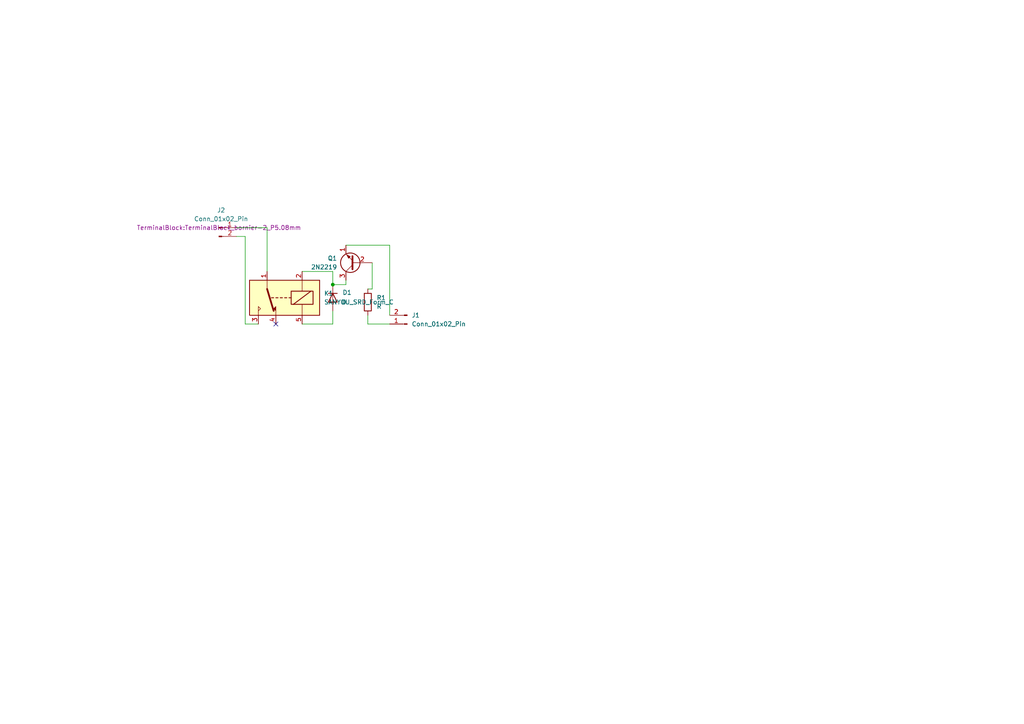
<source format=kicad_sch>
(kicad_sch (version 20231120) (generator "eeschema") (generator_version "8.0")
  (paper "A4")
  (lib_symbols
    (symbol "Connector:Conn_01x02_Pin" (pin_names (offset 1.016) hide)
      (property "Reference" "J" (at 0 2.54 0))
      (property "Value" "Conn_01x02_Pin" (at 0 -5.08 0))
      (symbol "Conn_01x02_Pin_1_1"
        (polyline (pts (xy 1.27 -2.54) (xy 0.8636 -2.54)) (stroke (width 0.1524)))
        (polyline (pts (xy 1.27 0) (xy 0.8636 0)) (stroke (width 0.1524)))
        (rectangle (start 0.8636 -2.413) (end 0 -2.667) (stroke (width 0.1524)) (fill (type outline)))
        (rectangle (start 0.8636 0.127) (end 0 -0.127) (stroke (width 0.1524)) (fill (type outline)))
        (pin passive line (at 5.08 0 180) (length 3.81) (name "Pin_1") (number "1"))
        (pin passive line (at 5.08 -2.54 180) (length 3.81) (name "Pin_2") (number "2"))
      )
    )
    (symbol "Device:D" (pin_numbers hide) (pin_names (offset 1.016) hide)
      (property "Reference" "D" (at 0 2.54 0))
      (property "Value" "D" (at 0 -2.54 0))
      (symbol "D_0_1"
        (polyline (pts (xy -1.27 1.27) (xy -1.27 -1.27)) (stroke (width 0.254)))
        (polyline (pts (xy 1.27 0) (xy -1.27 0)))
        (polyline (pts (xy 1.27 1.27) (xy 1.27 -1.27) (xy -1.27 0) (xy 1.27 1.27)) (stroke (width 0.254)))
      )
      (symbol "D_1_1"
        (pin passive line (at -3.81 0 0) (length 2.54) (name "K") (number "1"))
        (pin passive line (at 3.81 0 180) (length 2.54) (name "A") (number "2"))
      )
    )
    (symbol "Device:R" (pin_numbers hide) (pin_names (offset 0))
      (property "Reference" "R" (at 2.032 0 90))
      (property "Value" "R" (at 0 0 90))
      (symbol "R_0_1"
        (rectangle (start -1.016 -2.54) (end 1.016 2.54) (stroke (width 0.254)))
      )
      (symbol "R_1_1"
        (pin passive line (at 0 3.81 270) (length 1.27) (name "~") (number "1"))
        (pin passive line (at 0 -3.81 90) (length 1.27) (name "~") (number "2"))
      )
    )
    (symbol "Relay:SANYOU_SRD_Form_C"
      (property "Reference" "K" (at 11.43 3.81 0))
      (property "Value" "SANYOU_SRD_Form_C" (at 11.43 1.27 0))
      (symbol "SANYOU_SRD_Form_C_0_0"
        (polyline (pts (xy 7.62 5.08) (xy 7.62 2.54) (xy 6.985 3.175) (xy 7.62 3.81)))
      )
      (symbol "SANYOU_SRD_Form_C_0_1"
        (rectangle (start -10.16 5.08) (end 10.16 -5.08) (stroke (width 0.254)) (fill (type background)))
        (rectangle (start -8.255 1.905) (end -1.905 -1.905) (stroke (width 0.254)))
        (polyline (pts (xy -7.62 -1.905) (xy -2.54 1.905)) (stroke (width 0.254)))
        (polyline (pts (xy -5.08 -5.08) (xy -5.08 -1.905)))
        (polyline (pts (xy -5.08 5.08) (xy -5.08 1.905)))
        (polyline (pts (xy -1.905 0) (xy -1.27 0)) (stroke (width 0.254)))
        (polyline (pts (xy -0.635 0) (xy 0 0)) (stroke (width 0.254)))
        (polyline (pts (xy 0.635 0) (xy 1.27 0)) (stroke (width 0.254)))
        (polyline (pts (xy 1.905 0) (xy 2.54 0)) (stroke (width 0.254)))
        (polyline (pts (xy 3.175 0) (xy 3.81 0)) (stroke (width 0.254)))
        (polyline (pts (xy 5.08 -2.54) (xy 3.175 3.81)) (stroke (width 0.508)))
        (polyline (pts (xy 5.08 -2.54) (xy 5.08 -5.08)))
      )
      (symbol "SANYOU_SRD_Form_C_1_1"
        (polyline (pts (xy 2.54 3.81) (xy 3.175 3.175) (xy 2.54 2.54) (xy 2.54 5.08)) (fill (type outline)))
        (pin passive line (at 5.08 -7.62 90) (length 2.54) (name "~") (number "1"))
        (pin passive line (at -5.08 -7.62 90) (length 2.54) (name "~") (number "2"))
        (pin passive line (at 7.62 7.62 270) (length 2.54) (name "~") (number "3"))
        (pin passive line (at 2.54 7.62 270) (length 2.54) (name "~") (number "4"))
        (pin passive line (at -5.08 7.62 270) (length 2.54) (name "~") (number "5"))
      )
    )
    (symbol "Transistor_BJT:2N2219" (pin_names (offset 0) hide)
      (property "Reference" "Q" (at 5.08 1.905 0))
      (property "Value" "2N2219" (at 5.08 0 0))
      (symbol "2N2219_0_1"
        (polyline (pts (xy 0.635 0.635) (xy 2.54 2.54)))
        (polyline (pts (xy 0.635 -0.635) (xy 2.54 -2.54) (xy 2.54 -2.54)))
        (polyline (pts (xy 0.635 1.905) (xy 0.635 -1.905) (xy 0.635 -1.905)) (stroke (width 0.508)))
        (polyline (pts (xy 1.27 -1.778) (xy 1.778 -1.27) (xy 2.286 -2.286) (xy 1.27 -1.778) (xy 1.27 -1.778)) (fill (type outline)))
        (circle (center 1.27 0) (radius 2.8194) (stroke (width 0.254)))
      )
      (symbol "2N2219_1_1"
        (pin passive line (at 2.54 -5.08 90) (length 2.54) (name "E") (number "1"))
        (pin passive line (at -5.08 0 0) (length 5.715) (name "B") (number "2"))
        (pin passive line (at 2.54 5.08 270) (length 2.54) (name "C") (number "3"))
      )
    )
  )
  (junction (at 96.52 82.55))
  (no_connect (at 80.01 93.98))
  (wire (pts (xy 77.47 66.04) (xy 68.58 66.04)))
  (wire (pts (xy 96.52 78.74) (xy 96.52 82.55)))
  (wire (pts (xy 106.68 91.44) (xy 106.68 93.98)))
  (wire (pts (xy 71.12 93.98) (xy 74.93 93.98)))
  (wire (pts (xy 107.95 76.2) (xy 107.95 83.82)))
  (wire (pts (xy 113.03 71.12) (xy 113.03 91.44)))
  (wire (pts (xy 107.95 83.82) (xy 106.68 83.82)))
  (wire (pts (xy 100.33 82.55) (xy 100.33 81.28)))
  (wire (pts (xy 106.68 93.98) (xy 113.03 93.98)))
  (wire (pts (xy 87.63 78.74) (xy 96.52 78.74)))
  (wire (pts (xy 77.47 78.74) (xy 77.47 66.04)))
  (wire (pts (xy 96.52 93.98) (xy 96.52 90.17)))
  (wire (pts (xy 71.12 68.58) (xy 71.12 93.98)))
  (wire (pts (xy 68.58 68.58) (xy 71.12 68.58)))
  (wire (pts (xy 100.33 71.12) (xy 113.03 71.12)))
  (wire (pts (xy 96.52 82.55) (xy 100.33 82.55)))
  (wire (pts (xy 87.63 93.98) (xy 96.52 93.98)))
  (symbol (lib_id "Transistor_BJT:2N2219") (at 102.87 76.2 180) (unit 1)
    (property "Reference" "Q1" (at 97.79 74.9299 0) (effects (justify left)))
    (property "Value" "2N2219" (at 97.79 77.4699 0) (effects (justify left)))
    (property "Footprint" "Package_TO_SOT_THT:TO-92_Inline" (effects (hide yes)))
    (property "Datasheet" "http://www.onsemi.com/pub_link/Collateral/2N2219-D.PDF" (effects (hide yes)))
    (property "Description" "800mA Ic, 50V Vce, NPN Transistor, TO-39" (effects (hide yes)))
  )
  (symbol (lib_id "Connector:Conn_01x02_Pin") (at 63.5 66.04 0) (unit 1)
    (property "Reference" "J2" (at 64.135 60.96 0))
    (property "Value" "Conn_01x02_Pin" (at 64.135 63.5 0))
    (property "Footprint" "TerminalBlock:TerminalBlock_bornier-2_P5.08mm" (at 63.5 66.04 0))
    (property "Description" "Generic connector, single row, 01x02, script generated" (effects (hide yes)))
  )
  (symbol (lib_id "Device:R") (at 106.68 87.63 0) (unit 1)
    (property "Reference" "R1" (at 109.22 86.3599 0) (effects (justify left)))
    (property "Value" "R" (at 109.22 88.8999 0) (effects (justify left)))
    (property "Footprint" "Resistor_THT:R_Axial_DIN0204_L3.6mm_D1.6mm_P7.62mm_Horizontal" (effects (hide yes)))
    (property "Description" "Resistor" (effects (hide yes)))
  )
  (symbol (lib_id "Relay:SANYOU_SRD_Form_C") (at 82.55 86.36 180) (unit 1)
    (property "Reference" "K1" (at 93.98 85.0899 0) (effects (justify right)))
    (property "Value" "SANYOU_SRD_Form_C" (at 93.98 87.6299 0) (effects (justify right)))
    (property "Footprint" "Relay_THT:Relay_SPDT_SANYOU_SRD_Series_Form_C" (effects (hide yes)))
    (property "Datasheet" "http://www.sanyourelay.ca/public/products/pdf/SRD.pdf" (effects (hide yes)))
    (property "Description" "Sanyo SRD relay, Single Pole Miniature Power Relay," (effects (hide yes)))
  )
  (symbol (lib_id "Connector:Conn_01x02_Pin") (at 118.11 93.98 180) (unit 1)
    (property "Reference" "J1" (at 119.38 91.4399 0) (effects (justify right)))
    (property "Value" "Conn_01x02_Pin" (at 119.38 93.9799 0) (effects (justify right)))
    (property "Footprint" "TerminalBlock:TerminalBlock_Xinya_XY308-2.54-2P_1x02_P2.54mm_Horizontal" (effects (hide yes)))
    (property "Description" "Generic connector, single row, 01x02, script generated" (effects (hide yes)))
  )
  (symbol (lib_id "Device:D") (at 96.52 86.36 270) (unit 1)
    (property "Reference" "D1" (at 99.314 84.836 90) (effects (justify left)))
    (property "Value" "D" (at 99.06 87.6299 90) (effects (justify left)))
    (property "Footprint" "Diode_THT:D_A-405_P7.62mm_Horizontal" (effects (hide yes)))
    (property "Description" "Diode" (effects (hide yes)))
    (property "Sim.Device" "D" (effects (hide yes)))
    (property "Sim.Pins" "1=K 2=A" (effects (hide yes)))
  )
)
</source>
